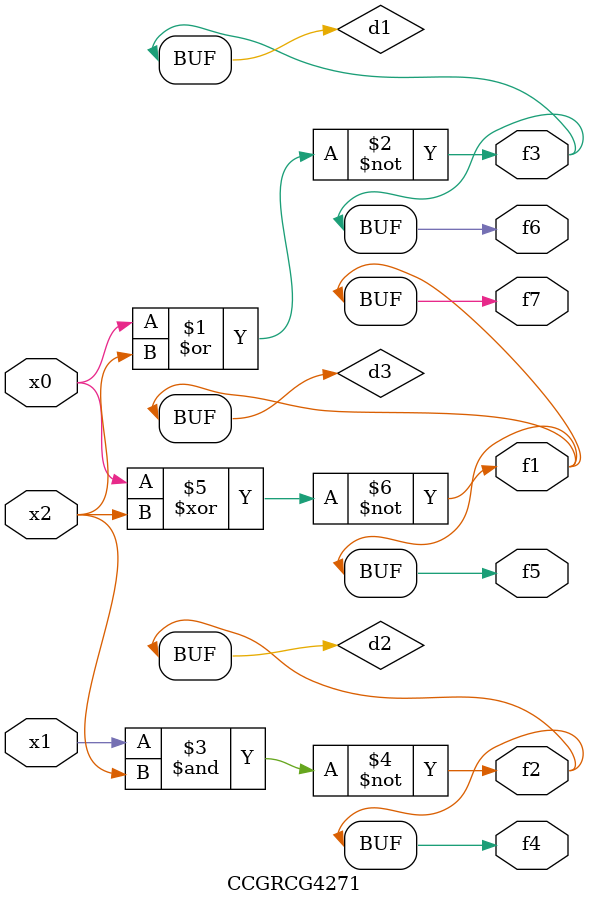
<source format=v>
module CCGRCG4271(
	input x0, x1, x2,
	output f1, f2, f3, f4, f5, f6, f7
);

	wire d1, d2, d3;

	nor (d1, x0, x2);
	nand (d2, x1, x2);
	xnor (d3, x0, x2);
	assign f1 = d3;
	assign f2 = d2;
	assign f3 = d1;
	assign f4 = d2;
	assign f5 = d3;
	assign f6 = d1;
	assign f7 = d3;
endmodule

</source>
